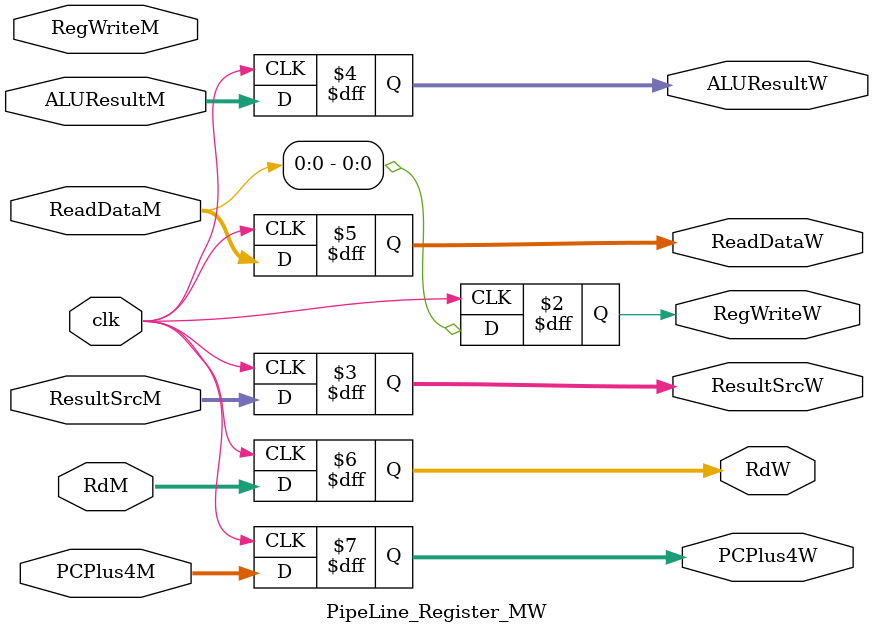
<source format=v>
module PipeLine_Register_MW(clk, RegWriteM, ResultSrcM, ALUResultM, ReadDataM, RdM, PCPlus4M,
                            RegWriteW, ResultSrcW, ALUResultW, ReadDataW, RdW, PCPlus4W);
    input clk, RegWriteM;
    input [1:0] ResultSrcM;
    input [31:0] ALUResultM, ReadDataM, RdM, PCPlus4M;
    output reg RegWriteW;
    output reg [1:0] ResultSrcW;
    output reg [31:0] ALUResultW, ReadDataW, RdW, PCPlus4W;

    always @(posedge clk) begin
        RegWriteW = ReadDataM;
        ResultSrcW = ResultSrcM;
        ReadDataW = ReadDataM;
        RdW = RdM;
        PCPlus4W = PCPlus4M;
        ALUResultW = ALUResultM;
    end

endmodule
</source>
